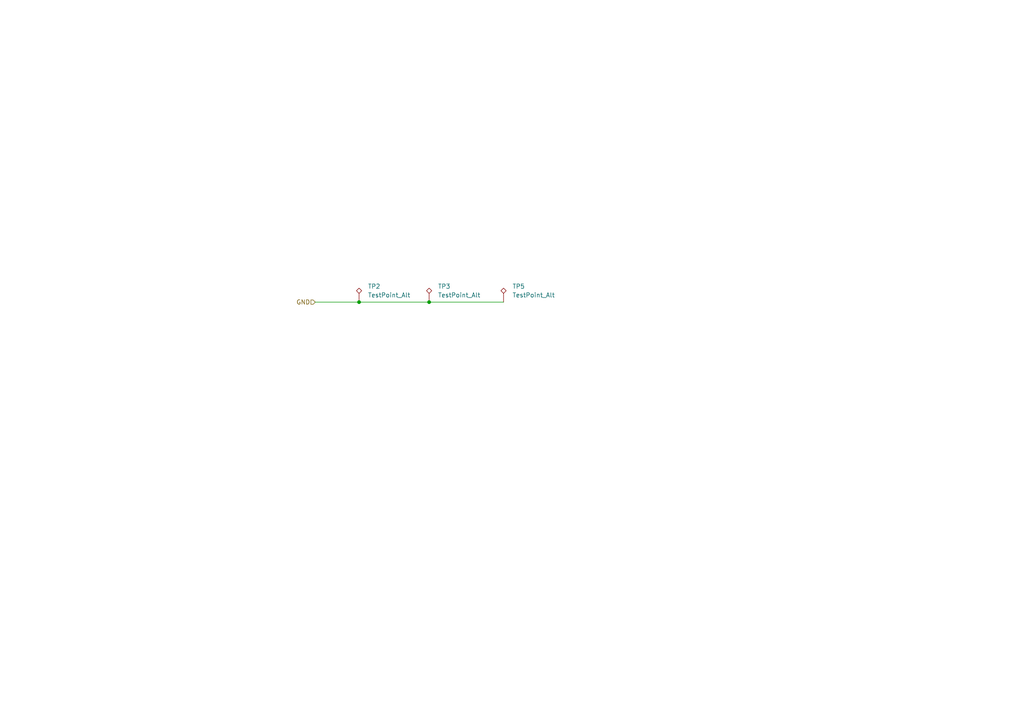
<source format=kicad_sch>
(kicad_sch (version 20250114) (generator "eeschema") (generator_version "9.0")
  (paper "A4")
  (lib_symbols
    (symbol "Connector:TestPoint_Alt" (pin_numbers (hide yes)) (pin_names (offset 0.762) (hide yes))
      (property "Reference" "TP" (at 0 6.858 0))
      (property "Value" "TestPoint_Alt" (at 0 5.08 0))
      (symbol "TestPoint_Alt_0_1"
        (polyline (pts (xy 0 2.54) (xy -0.762 3.302) (xy 0 4.064) (xy 0.762 3.302) (xy 0 2.54)))
      )
      (symbol "TestPoint_Alt_1_1"
        (pin passive line (at 0 0 90) (length 2.54) (name "1") (number "1"))
      )
    )
  )
  (junction (at 124.46 87.63))
  (junction (at 104.14 87.63))
  (wire (pts (xy 104.14 87.63) (xy 124.46 87.63)))
  (wire (pts (xy 91.44 87.63) (xy 104.14 87.63)))
  (wire (pts (xy 124.46 87.63) (xy 146.05 87.63)))
  (hierarchical_label "GND" (shape input) (at 91.44 87.63 180))
  (symbol (lib_id "Connector:TestPoint_Alt") (at 124.46 87.63 0) (unit 1)
    (property "Reference" "TP3" (at 127 83.0579 0) (effects (justify left)))
    (property "Value" "TestPoint_Alt" (at 127 85.5979 0) (effects (justify left)))
    (property "Footprint" "TestPoint:TestPoint_Loop_D2.54mm_Drill1.5mm_Beaded" (effects (hide yes)))
    (property "Description" "test point (alternative shape)" (effects (hide yes)))
  )
  (symbol (lib_id "Connector:TestPoint_Alt") (at 104.14 87.63 0) (unit 1)
    (property "Reference" "TP2" (at 106.68 83.0579 0) (effects (justify left)))
    (property "Value" "TestPoint_Alt" (at 106.68 85.5979 0) (effects (justify left)))
    (property "Footprint" "TestPoint:TestPoint_Loop_D2.54mm_Drill1.5mm_Beaded" (effects (hide yes)))
    (property "Description" "test point (alternative shape)" (effects (hide yes)))
  )
  (symbol (lib_id "Connector:TestPoint_Alt") (at 146.05 87.63 0) (unit 1)
    (property "Reference" "TP5" (at 148.59 83.0579 0) (effects (justify left)))
    (property "Value" "TestPoint_Alt" (at 148.59 85.5979 0) (effects (justify left)))
    (property "Footprint" "TestPoint:TestPoint_Loop_D2.54mm_Drill1.5mm_Beaded" (effects (hide yes)))
    (property "Description" "test point (alternative shape)" (effects (hide yes)))
  )
)
</source>
